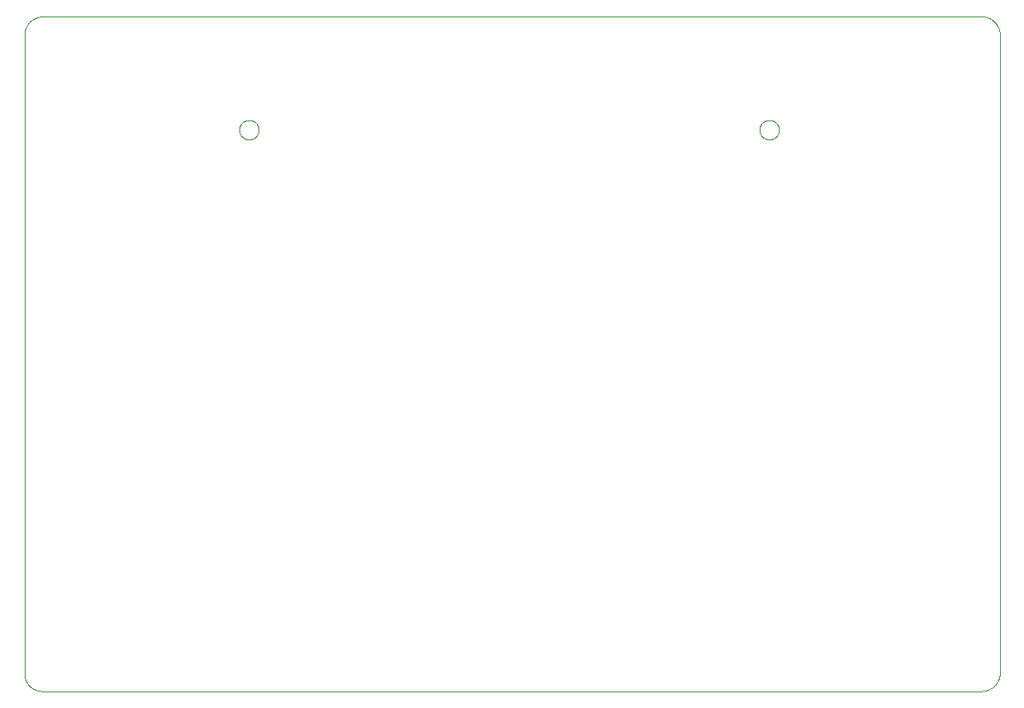
<source format=gtp>
G75*
%MOIN*%
%OFA0B0*%
%FSLAX25Y25*%
%IPPOS*%
%LPD*%
%AMOC8*
5,1,8,0,0,1.08239X$1,22.5*
%
%ADD10C,0.00000*%
D10*
X0022650Y0018900D02*
X0401400Y0018900D01*
X0401399Y0018899D02*
X0401581Y0018900D01*
X0401763Y0018905D01*
X0401944Y0018915D01*
X0402125Y0018929D01*
X0402306Y0018947D01*
X0402486Y0018970D01*
X0402666Y0018997D01*
X0402845Y0019029D01*
X0403023Y0019065D01*
X0403200Y0019105D01*
X0403376Y0019150D01*
X0403551Y0019198D01*
X0403725Y0019252D01*
X0403897Y0019309D01*
X0404068Y0019370D01*
X0404237Y0019436D01*
X0404405Y0019506D01*
X0404571Y0019580D01*
X0404735Y0019658D01*
X0404897Y0019740D01*
X0405057Y0019826D01*
X0405215Y0019915D01*
X0405371Y0020009D01*
X0405524Y0020106D01*
X0405675Y0020207D01*
X0405824Y0020312D01*
X0405970Y0020421D01*
X0406113Y0020532D01*
X0406253Y0020648D01*
X0406391Y0020766D01*
X0406525Y0020888D01*
X0406657Y0021014D01*
X0406785Y0021142D01*
X0406911Y0021274D01*
X0407033Y0021408D01*
X0407151Y0021546D01*
X0407267Y0021686D01*
X0407378Y0021829D01*
X0407487Y0021975D01*
X0407592Y0022124D01*
X0407693Y0022275D01*
X0407790Y0022428D01*
X0407884Y0022584D01*
X0407973Y0022742D01*
X0408059Y0022902D01*
X0408141Y0023064D01*
X0408219Y0023228D01*
X0408293Y0023394D01*
X0408363Y0023562D01*
X0408429Y0023731D01*
X0408490Y0023902D01*
X0408547Y0024074D01*
X0408601Y0024248D01*
X0408649Y0024423D01*
X0408694Y0024599D01*
X0408734Y0024776D01*
X0408770Y0024954D01*
X0408802Y0025133D01*
X0408829Y0025313D01*
X0408852Y0025493D01*
X0408870Y0025674D01*
X0408884Y0025855D01*
X0408894Y0026036D01*
X0408899Y0026218D01*
X0408900Y0026400D01*
X0408900Y0283900D01*
X0408901Y0283900D02*
X0408900Y0284083D01*
X0408894Y0284266D01*
X0408884Y0284449D01*
X0408869Y0284631D01*
X0408850Y0284813D01*
X0408827Y0284994D01*
X0408799Y0285175D01*
X0408766Y0285355D01*
X0408729Y0285535D01*
X0408688Y0285713D01*
X0408643Y0285890D01*
X0408593Y0286066D01*
X0408539Y0286241D01*
X0408481Y0286414D01*
X0408418Y0286586D01*
X0408351Y0286756D01*
X0408281Y0286925D01*
X0408206Y0287092D01*
X0408127Y0287257D01*
X0408044Y0287420D01*
X0407957Y0287581D01*
X0407866Y0287740D01*
X0407771Y0287896D01*
X0407672Y0288050D01*
X0407570Y0288202D01*
X0407464Y0288351D01*
X0407355Y0288498D01*
X0407242Y0288642D01*
X0407125Y0288783D01*
X0407005Y0288921D01*
X0406882Y0289056D01*
X0406755Y0289188D01*
X0406625Y0289317D01*
X0406492Y0289442D01*
X0406356Y0289565D01*
X0406217Y0289684D01*
X0406076Y0289800D01*
X0405931Y0289912D01*
X0405784Y0290020D01*
X0405634Y0290125D01*
X0405482Y0290227D01*
X0405327Y0290324D01*
X0405170Y0290418D01*
X0405010Y0290508D01*
X0404849Y0290594D01*
X0404685Y0290676D01*
X0404520Y0290753D01*
X0404352Y0290827D01*
X0404183Y0290897D01*
X0404013Y0290963D01*
X0403840Y0291024D01*
X0403666Y0291081D01*
X0403491Y0291134D01*
X0403315Y0291183D01*
X0403137Y0291227D01*
X0402959Y0291267D01*
X0402779Y0291302D01*
X0402599Y0291334D01*
X0402418Y0291360D01*
X0402237Y0291383D01*
X0402054Y0291401D01*
X0401872Y0291414D01*
X0401689Y0291423D01*
X0401506Y0291427D01*
X0401323Y0291427D01*
X0401141Y0291423D01*
X0400958Y0291414D01*
X0400775Y0291401D01*
X0400775Y0291400D02*
X0022650Y0291400D01*
X0022650Y0291401D02*
X0022468Y0291400D01*
X0022286Y0291395D01*
X0022105Y0291385D01*
X0021924Y0291371D01*
X0021743Y0291353D01*
X0021563Y0291330D01*
X0021383Y0291303D01*
X0021204Y0291271D01*
X0021026Y0291235D01*
X0020849Y0291195D01*
X0020673Y0291150D01*
X0020498Y0291102D01*
X0020324Y0291048D01*
X0020152Y0290991D01*
X0019981Y0290930D01*
X0019812Y0290864D01*
X0019644Y0290794D01*
X0019478Y0290720D01*
X0019314Y0290642D01*
X0019152Y0290560D01*
X0018992Y0290474D01*
X0018834Y0290385D01*
X0018678Y0290291D01*
X0018525Y0290194D01*
X0018374Y0290093D01*
X0018225Y0289988D01*
X0018079Y0289879D01*
X0017936Y0289768D01*
X0017796Y0289652D01*
X0017658Y0289534D01*
X0017524Y0289412D01*
X0017392Y0289286D01*
X0017264Y0289158D01*
X0017138Y0289026D01*
X0017016Y0288892D01*
X0016898Y0288754D01*
X0016782Y0288614D01*
X0016671Y0288471D01*
X0016562Y0288325D01*
X0016457Y0288176D01*
X0016356Y0288025D01*
X0016259Y0287872D01*
X0016165Y0287716D01*
X0016076Y0287558D01*
X0015990Y0287398D01*
X0015908Y0287236D01*
X0015830Y0287072D01*
X0015756Y0286906D01*
X0015686Y0286738D01*
X0015620Y0286569D01*
X0015559Y0286398D01*
X0015502Y0286226D01*
X0015448Y0286052D01*
X0015400Y0285877D01*
X0015355Y0285701D01*
X0015315Y0285524D01*
X0015279Y0285346D01*
X0015247Y0285167D01*
X0015220Y0284987D01*
X0015197Y0284807D01*
X0015179Y0284626D01*
X0015165Y0284445D01*
X0015155Y0284264D01*
X0015150Y0284082D01*
X0015149Y0283900D01*
X0015150Y0283900D02*
X0015150Y0026400D01*
X0015150Y0026399D02*
X0015144Y0026224D01*
X0015143Y0026049D01*
X0015146Y0025873D01*
X0015154Y0025698D01*
X0015165Y0025523D01*
X0015181Y0025349D01*
X0015201Y0025174D01*
X0015225Y0025001D01*
X0015254Y0024828D01*
X0015287Y0024655D01*
X0015324Y0024484D01*
X0015365Y0024314D01*
X0015410Y0024144D01*
X0015460Y0023976D01*
X0015513Y0023809D01*
X0015571Y0023643D01*
X0015632Y0023479D01*
X0015698Y0023316D01*
X0015767Y0023155D01*
X0015841Y0022996D01*
X0015918Y0022839D01*
X0015999Y0022683D01*
X0016084Y0022530D01*
X0016173Y0022378D01*
X0016265Y0022229D01*
X0016361Y0022082D01*
X0016460Y0021938D01*
X0016563Y0021796D01*
X0016669Y0021656D01*
X0016779Y0021519D01*
X0016892Y0021385D01*
X0017008Y0021254D01*
X0017128Y0021126D01*
X0017250Y0021000D01*
X0017376Y0020878D01*
X0017504Y0020758D01*
X0017635Y0020642D01*
X0017769Y0020529D01*
X0017906Y0020419D01*
X0018046Y0020313D01*
X0018188Y0020210D01*
X0018332Y0020111D01*
X0018479Y0020015D01*
X0018628Y0019923D01*
X0018780Y0019834D01*
X0018933Y0019749D01*
X0019089Y0019668D01*
X0019246Y0019591D01*
X0019405Y0019517D01*
X0019566Y0019448D01*
X0019729Y0019382D01*
X0019893Y0019321D01*
X0020059Y0019263D01*
X0020226Y0019210D01*
X0020394Y0019160D01*
X0020564Y0019115D01*
X0020734Y0019074D01*
X0020905Y0019037D01*
X0021078Y0019004D01*
X0021251Y0018975D01*
X0021424Y0018951D01*
X0021599Y0018931D01*
X0021773Y0018915D01*
X0021948Y0018904D01*
X0022123Y0018896D01*
X0022299Y0018893D01*
X0022474Y0018894D01*
X0022649Y0018900D01*
X0101863Y0245632D02*
X0101865Y0245757D01*
X0101871Y0245882D01*
X0101881Y0246006D01*
X0101895Y0246130D01*
X0101912Y0246254D01*
X0101934Y0246377D01*
X0101960Y0246499D01*
X0101989Y0246621D01*
X0102022Y0246741D01*
X0102060Y0246860D01*
X0102100Y0246979D01*
X0102145Y0247095D01*
X0102193Y0247210D01*
X0102245Y0247324D01*
X0102301Y0247436D01*
X0102360Y0247546D01*
X0102422Y0247654D01*
X0102488Y0247761D01*
X0102557Y0247865D01*
X0102630Y0247966D01*
X0102705Y0248066D01*
X0102784Y0248163D01*
X0102866Y0248257D01*
X0102951Y0248349D01*
X0103038Y0248438D01*
X0103129Y0248524D01*
X0103222Y0248607D01*
X0103318Y0248688D01*
X0103416Y0248765D01*
X0103516Y0248839D01*
X0103619Y0248910D01*
X0103724Y0248977D01*
X0103832Y0249042D01*
X0103941Y0249102D01*
X0104052Y0249160D01*
X0104165Y0249213D01*
X0104279Y0249263D01*
X0104395Y0249310D01*
X0104512Y0249352D01*
X0104631Y0249391D01*
X0104751Y0249427D01*
X0104872Y0249458D01*
X0104994Y0249486D01*
X0105116Y0249509D01*
X0105240Y0249529D01*
X0105364Y0249545D01*
X0105488Y0249557D01*
X0105613Y0249565D01*
X0105738Y0249569D01*
X0105862Y0249569D01*
X0105987Y0249565D01*
X0106112Y0249557D01*
X0106236Y0249545D01*
X0106360Y0249529D01*
X0106484Y0249509D01*
X0106606Y0249486D01*
X0106728Y0249458D01*
X0106849Y0249427D01*
X0106969Y0249391D01*
X0107088Y0249352D01*
X0107205Y0249310D01*
X0107321Y0249263D01*
X0107435Y0249213D01*
X0107548Y0249160D01*
X0107659Y0249102D01*
X0107769Y0249042D01*
X0107876Y0248977D01*
X0107981Y0248910D01*
X0108084Y0248839D01*
X0108184Y0248765D01*
X0108282Y0248688D01*
X0108378Y0248607D01*
X0108471Y0248524D01*
X0108562Y0248438D01*
X0108649Y0248349D01*
X0108734Y0248257D01*
X0108816Y0248163D01*
X0108895Y0248066D01*
X0108970Y0247966D01*
X0109043Y0247865D01*
X0109112Y0247761D01*
X0109178Y0247654D01*
X0109240Y0247546D01*
X0109299Y0247436D01*
X0109355Y0247324D01*
X0109407Y0247210D01*
X0109455Y0247095D01*
X0109500Y0246979D01*
X0109540Y0246860D01*
X0109578Y0246741D01*
X0109611Y0246621D01*
X0109640Y0246499D01*
X0109666Y0246377D01*
X0109688Y0246254D01*
X0109705Y0246130D01*
X0109719Y0246006D01*
X0109729Y0245882D01*
X0109735Y0245757D01*
X0109737Y0245632D01*
X0109735Y0245507D01*
X0109729Y0245382D01*
X0109719Y0245258D01*
X0109705Y0245134D01*
X0109688Y0245010D01*
X0109666Y0244887D01*
X0109640Y0244765D01*
X0109611Y0244643D01*
X0109578Y0244523D01*
X0109540Y0244404D01*
X0109500Y0244285D01*
X0109455Y0244169D01*
X0109407Y0244054D01*
X0109355Y0243940D01*
X0109299Y0243828D01*
X0109240Y0243718D01*
X0109178Y0243610D01*
X0109112Y0243503D01*
X0109043Y0243399D01*
X0108970Y0243298D01*
X0108895Y0243198D01*
X0108816Y0243101D01*
X0108734Y0243007D01*
X0108649Y0242915D01*
X0108562Y0242826D01*
X0108471Y0242740D01*
X0108378Y0242657D01*
X0108282Y0242576D01*
X0108184Y0242499D01*
X0108084Y0242425D01*
X0107981Y0242354D01*
X0107876Y0242287D01*
X0107768Y0242222D01*
X0107659Y0242162D01*
X0107548Y0242104D01*
X0107435Y0242051D01*
X0107321Y0242001D01*
X0107205Y0241954D01*
X0107088Y0241912D01*
X0106969Y0241873D01*
X0106849Y0241837D01*
X0106728Y0241806D01*
X0106606Y0241778D01*
X0106484Y0241755D01*
X0106360Y0241735D01*
X0106236Y0241719D01*
X0106112Y0241707D01*
X0105987Y0241699D01*
X0105862Y0241695D01*
X0105738Y0241695D01*
X0105613Y0241699D01*
X0105488Y0241707D01*
X0105364Y0241719D01*
X0105240Y0241735D01*
X0105116Y0241755D01*
X0104994Y0241778D01*
X0104872Y0241806D01*
X0104751Y0241837D01*
X0104631Y0241873D01*
X0104512Y0241912D01*
X0104395Y0241954D01*
X0104279Y0242001D01*
X0104165Y0242051D01*
X0104052Y0242104D01*
X0103941Y0242162D01*
X0103831Y0242222D01*
X0103724Y0242287D01*
X0103619Y0242354D01*
X0103516Y0242425D01*
X0103416Y0242499D01*
X0103318Y0242576D01*
X0103222Y0242657D01*
X0103129Y0242740D01*
X0103038Y0242826D01*
X0102951Y0242915D01*
X0102866Y0243007D01*
X0102784Y0243101D01*
X0102705Y0243198D01*
X0102630Y0243298D01*
X0102557Y0243399D01*
X0102488Y0243503D01*
X0102422Y0243610D01*
X0102360Y0243718D01*
X0102301Y0243828D01*
X0102245Y0243940D01*
X0102193Y0244054D01*
X0102145Y0244169D01*
X0102100Y0244285D01*
X0102060Y0244404D01*
X0102022Y0244523D01*
X0101989Y0244643D01*
X0101960Y0244765D01*
X0101934Y0244887D01*
X0101912Y0245010D01*
X0101895Y0245134D01*
X0101881Y0245258D01*
X0101871Y0245382D01*
X0101865Y0245507D01*
X0101863Y0245632D01*
X0311863Y0245632D02*
X0311865Y0245757D01*
X0311871Y0245882D01*
X0311881Y0246006D01*
X0311895Y0246130D01*
X0311912Y0246254D01*
X0311934Y0246377D01*
X0311960Y0246499D01*
X0311989Y0246621D01*
X0312022Y0246741D01*
X0312060Y0246860D01*
X0312100Y0246979D01*
X0312145Y0247095D01*
X0312193Y0247210D01*
X0312245Y0247324D01*
X0312301Y0247436D01*
X0312360Y0247546D01*
X0312422Y0247654D01*
X0312488Y0247761D01*
X0312557Y0247865D01*
X0312630Y0247966D01*
X0312705Y0248066D01*
X0312784Y0248163D01*
X0312866Y0248257D01*
X0312951Y0248349D01*
X0313038Y0248438D01*
X0313129Y0248524D01*
X0313222Y0248607D01*
X0313318Y0248688D01*
X0313416Y0248765D01*
X0313516Y0248839D01*
X0313619Y0248910D01*
X0313724Y0248977D01*
X0313832Y0249042D01*
X0313941Y0249102D01*
X0314052Y0249160D01*
X0314165Y0249213D01*
X0314279Y0249263D01*
X0314395Y0249310D01*
X0314512Y0249352D01*
X0314631Y0249391D01*
X0314751Y0249427D01*
X0314872Y0249458D01*
X0314994Y0249486D01*
X0315116Y0249509D01*
X0315240Y0249529D01*
X0315364Y0249545D01*
X0315488Y0249557D01*
X0315613Y0249565D01*
X0315738Y0249569D01*
X0315862Y0249569D01*
X0315987Y0249565D01*
X0316112Y0249557D01*
X0316236Y0249545D01*
X0316360Y0249529D01*
X0316484Y0249509D01*
X0316606Y0249486D01*
X0316728Y0249458D01*
X0316849Y0249427D01*
X0316969Y0249391D01*
X0317088Y0249352D01*
X0317205Y0249310D01*
X0317321Y0249263D01*
X0317435Y0249213D01*
X0317548Y0249160D01*
X0317659Y0249102D01*
X0317769Y0249042D01*
X0317876Y0248977D01*
X0317981Y0248910D01*
X0318084Y0248839D01*
X0318184Y0248765D01*
X0318282Y0248688D01*
X0318378Y0248607D01*
X0318471Y0248524D01*
X0318562Y0248438D01*
X0318649Y0248349D01*
X0318734Y0248257D01*
X0318816Y0248163D01*
X0318895Y0248066D01*
X0318970Y0247966D01*
X0319043Y0247865D01*
X0319112Y0247761D01*
X0319178Y0247654D01*
X0319240Y0247546D01*
X0319299Y0247436D01*
X0319355Y0247324D01*
X0319407Y0247210D01*
X0319455Y0247095D01*
X0319500Y0246979D01*
X0319540Y0246860D01*
X0319578Y0246741D01*
X0319611Y0246621D01*
X0319640Y0246499D01*
X0319666Y0246377D01*
X0319688Y0246254D01*
X0319705Y0246130D01*
X0319719Y0246006D01*
X0319729Y0245882D01*
X0319735Y0245757D01*
X0319737Y0245632D01*
X0319735Y0245507D01*
X0319729Y0245382D01*
X0319719Y0245258D01*
X0319705Y0245134D01*
X0319688Y0245010D01*
X0319666Y0244887D01*
X0319640Y0244765D01*
X0319611Y0244643D01*
X0319578Y0244523D01*
X0319540Y0244404D01*
X0319500Y0244285D01*
X0319455Y0244169D01*
X0319407Y0244054D01*
X0319355Y0243940D01*
X0319299Y0243828D01*
X0319240Y0243718D01*
X0319178Y0243610D01*
X0319112Y0243503D01*
X0319043Y0243399D01*
X0318970Y0243298D01*
X0318895Y0243198D01*
X0318816Y0243101D01*
X0318734Y0243007D01*
X0318649Y0242915D01*
X0318562Y0242826D01*
X0318471Y0242740D01*
X0318378Y0242657D01*
X0318282Y0242576D01*
X0318184Y0242499D01*
X0318084Y0242425D01*
X0317981Y0242354D01*
X0317876Y0242287D01*
X0317768Y0242222D01*
X0317659Y0242162D01*
X0317548Y0242104D01*
X0317435Y0242051D01*
X0317321Y0242001D01*
X0317205Y0241954D01*
X0317088Y0241912D01*
X0316969Y0241873D01*
X0316849Y0241837D01*
X0316728Y0241806D01*
X0316606Y0241778D01*
X0316484Y0241755D01*
X0316360Y0241735D01*
X0316236Y0241719D01*
X0316112Y0241707D01*
X0315987Y0241699D01*
X0315862Y0241695D01*
X0315738Y0241695D01*
X0315613Y0241699D01*
X0315488Y0241707D01*
X0315364Y0241719D01*
X0315240Y0241735D01*
X0315116Y0241755D01*
X0314994Y0241778D01*
X0314872Y0241806D01*
X0314751Y0241837D01*
X0314631Y0241873D01*
X0314512Y0241912D01*
X0314395Y0241954D01*
X0314279Y0242001D01*
X0314165Y0242051D01*
X0314052Y0242104D01*
X0313941Y0242162D01*
X0313831Y0242222D01*
X0313724Y0242287D01*
X0313619Y0242354D01*
X0313516Y0242425D01*
X0313416Y0242499D01*
X0313318Y0242576D01*
X0313222Y0242657D01*
X0313129Y0242740D01*
X0313038Y0242826D01*
X0312951Y0242915D01*
X0312866Y0243007D01*
X0312784Y0243101D01*
X0312705Y0243198D01*
X0312630Y0243298D01*
X0312557Y0243399D01*
X0312488Y0243503D01*
X0312422Y0243610D01*
X0312360Y0243718D01*
X0312301Y0243828D01*
X0312245Y0243940D01*
X0312193Y0244054D01*
X0312145Y0244169D01*
X0312100Y0244285D01*
X0312060Y0244404D01*
X0312022Y0244523D01*
X0311989Y0244643D01*
X0311960Y0244765D01*
X0311934Y0244887D01*
X0311912Y0245010D01*
X0311895Y0245134D01*
X0311881Y0245258D01*
X0311871Y0245382D01*
X0311865Y0245507D01*
X0311863Y0245632D01*
M02*

</source>
